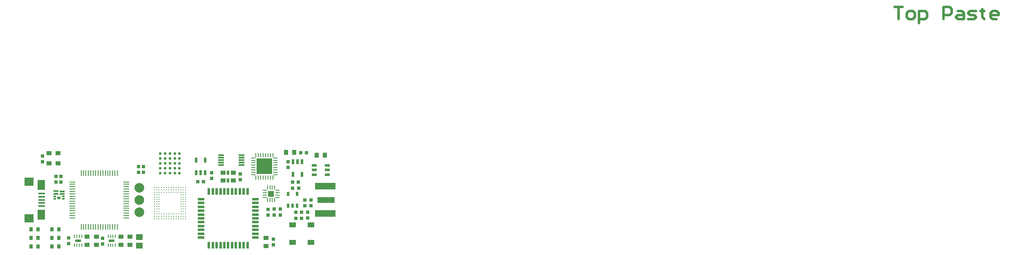
<source format=gtp>
G04 Layer_Color=8421504*
%FSLAX25Y25*%
%MOIN*%
G70*
G01*
G75*
%ADD10C,0.02165*%
%ADD11R,0.16535X0.05315*%
%ADD12R,0.14173X0.05000*%
%ADD13C,0.01181*%
%ADD14O,0.00984X0.04724*%
%ADD15O,0.04724X0.00984*%
%ADD16R,0.02362X0.04331*%
%ADD17R,0.03937X0.02362*%
%ADD18R,0.12992X0.12992*%
%ADD19O,0.00984X0.03347*%
%ADD20O,0.03347X0.00984*%
%ADD21R,0.04724X0.01181*%
%ADD22R,0.05118X0.05118*%
%ADD23R,0.02165X0.03347*%
%ADD24R,0.03543X0.03937*%
%ADD25R,0.03150X0.02756*%
%ADD26R,0.02756X0.03150*%
%ADD27R,0.03937X0.03543*%
%ADD28R,0.05512X0.04724*%
G04:AMPARAMS|DCode=29|XSize=29.53mil|YSize=33.47mil|CornerRadius=2.21mil|HoleSize=0mil|Usage=FLASHONLY|Rotation=0.000|XOffset=0mil|YOffset=0mil|HoleType=Round|Shape=RoundedRectangle|*
%AMROUNDEDRECTD29*
21,1,0.02953,0.02904,0,0,0.0*
21,1,0.02510,0.03347,0,0,0.0*
1,1,0.00443,0.01255,-0.01452*
1,1,0.00443,-0.01255,-0.01452*
1,1,0.00443,-0.01255,0.01452*
1,1,0.00443,0.01255,0.01452*
%
%ADD29ROUNDEDRECTD29*%
%ADD30R,0.06299X0.08268*%
%ADD31R,0.07480X0.07087*%
%ADD32R,0.05315X0.01575*%
%ADD33R,0.03937X0.01181*%
%ADD34R,0.02362X0.01181*%
%ADD35R,0.03937X0.01575*%
%ADD36R,0.02920X0.02126*%
%ADD37R,0.00984X0.02559*%
%ADD38R,0.04724X0.02362*%
%ADD39R,0.02362X0.03347*%
%ADD40R,0.03937X0.03347*%
%ADD41R,0.05800X0.02000*%
%ADD42R,0.02000X0.05800*%
%ADD43R,0.05512X0.04232*%
%ADD44C,0.07874*%
%ADD50C,0.02000*%
D10*
X142811Y137811D02*
D03*
X142811Y133874D02*
D03*
Y129937D02*
D03*
X142811Y126000D02*
D03*
Y122063D02*
D03*
X138874Y137811D02*
D03*
Y133874D02*
D03*
Y129937D02*
D03*
Y126000D02*
D03*
Y122063D02*
D03*
X134937Y137811D02*
D03*
X134937Y133874D02*
D03*
Y129937D02*
D03*
X134937Y126000D02*
D03*
Y122063D02*
D03*
X131000Y137811D02*
D03*
Y133874D02*
D03*
Y129937D02*
D03*
Y126000D02*
D03*
Y122063D02*
D03*
X127063Y137811D02*
D03*
Y133874D02*
D03*
Y129937D02*
D03*
X127063Y126000D02*
D03*
X127063Y122063D02*
D03*
D11*
X261713Y111122D02*
D03*
Y88878D02*
D03*
D12*
X262500Y100000D02*
D03*
D13*
X122205Y84705D02*
D03*
Y86673D02*
D03*
Y88642D02*
D03*
Y90610D02*
D03*
Y92579D02*
D03*
Y94547D02*
D03*
Y96516D02*
D03*
Y98484D02*
D03*
Y100453D02*
D03*
Y102421D02*
D03*
Y104390D02*
D03*
X122205Y106358D02*
D03*
X122205Y108327D02*
D03*
Y110295D02*
D03*
X124173Y84705D02*
D03*
Y86673D02*
D03*
Y88642D02*
D03*
Y90610D02*
D03*
Y92579D02*
D03*
Y94547D02*
D03*
Y96516D02*
D03*
Y98484D02*
D03*
Y100453D02*
D03*
Y102421D02*
D03*
Y104390D02*
D03*
Y106358D02*
D03*
Y108327D02*
D03*
Y110295D02*
D03*
X126142Y84705D02*
D03*
Y86673D02*
D03*
Y88642D02*
D03*
Y90610D02*
D03*
Y92579D02*
D03*
Y94547D02*
D03*
Y96516D02*
D03*
Y98484D02*
D03*
Y100453D02*
D03*
Y102421D02*
D03*
Y104390D02*
D03*
Y106358D02*
D03*
Y108327D02*
D03*
Y110295D02*
D03*
X128110Y84705D02*
D03*
Y86673D02*
D03*
Y88642D02*
D03*
Y106358D02*
D03*
Y108327D02*
D03*
Y110295D02*
D03*
X130079Y84705D02*
D03*
Y86673D02*
D03*
X130079Y88642D02*
D03*
Y106358D02*
D03*
Y108327D02*
D03*
Y110295D02*
D03*
X132047Y84705D02*
D03*
Y86673D02*
D03*
Y88642D02*
D03*
Y106358D02*
D03*
Y108327D02*
D03*
Y110295D02*
D03*
X134016Y84705D02*
D03*
Y86673D02*
D03*
Y88642D02*
D03*
Y106358D02*
D03*
Y108327D02*
D03*
Y110295D02*
D03*
X135984Y84705D02*
D03*
Y86673D02*
D03*
Y88642D02*
D03*
Y106358D02*
D03*
Y108327D02*
D03*
Y110295D02*
D03*
X137953Y84705D02*
D03*
Y86673D02*
D03*
Y88642D02*
D03*
Y106358D02*
D03*
Y108327D02*
D03*
Y110295D02*
D03*
X139921Y84705D02*
D03*
Y86673D02*
D03*
X139921Y88642D02*
D03*
Y106358D02*
D03*
Y108327D02*
D03*
Y110295D02*
D03*
X141890Y84705D02*
D03*
Y86673D02*
D03*
X141890Y88642D02*
D03*
Y106358D02*
D03*
Y108327D02*
D03*
Y110295D02*
D03*
X143858Y84705D02*
D03*
X143858Y86673D02*
D03*
X143858Y88642D02*
D03*
Y90610D02*
D03*
Y92579D02*
D03*
Y94547D02*
D03*
Y96516D02*
D03*
X143858Y98484D02*
D03*
Y100453D02*
D03*
X143858Y102421D02*
D03*
Y104390D02*
D03*
Y106358D02*
D03*
Y108327D02*
D03*
Y110295D02*
D03*
X145827Y84705D02*
D03*
Y86673D02*
D03*
Y88642D02*
D03*
Y90610D02*
D03*
Y92579D02*
D03*
Y94547D02*
D03*
Y96516D02*
D03*
Y98484D02*
D03*
Y100453D02*
D03*
Y102421D02*
D03*
Y104390D02*
D03*
Y106358D02*
D03*
Y108327D02*
D03*
Y110295D02*
D03*
X147795Y84705D02*
D03*
Y86673D02*
D03*
Y88642D02*
D03*
Y90610D02*
D03*
Y92579D02*
D03*
Y94547D02*
D03*
Y96516D02*
D03*
Y98484D02*
D03*
Y100453D02*
D03*
Y102421D02*
D03*
Y104390D02*
D03*
Y106358D02*
D03*
Y108327D02*
D03*
Y110295D02*
D03*
D14*
X92044Y77953D02*
D03*
X90075D02*
D03*
X88107D02*
D03*
X86138D02*
D03*
X84170D02*
D03*
X82201D02*
D03*
X80233D02*
D03*
X78264D02*
D03*
X76296D02*
D03*
X74327D02*
D03*
X72359D02*
D03*
X70390D02*
D03*
X68422D02*
D03*
X66453D02*
D03*
X64485D02*
D03*
X62516D02*
D03*
Y122047D02*
D03*
X64485D02*
D03*
X66453D02*
D03*
X68422D02*
D03*
X70390D02*
D03*
X72359D02*
D03*
X74327D02*
D03*
X76296D02*
D03*
X78264D02*
D03*
X80233D02*
D03*
X82201D02*
D03*
X84170D02*
D03*
X86138D02*
D03*
X88107D02*
D03*
X90075D02*
D03*
X92044D02*
D03*
D15*
X55233Y85236D02*
D03*
Y87205D02*
D03*
Y89173D02*
D03*
Y91142D02*
D03*
Y93110D02*
D03*
Y95079D02*
D03*
Y97047D02*
D03*
Y99016D02*
D03*
Y100984D02*
D03*
Y102953D02*
D03*
Y104921D02*
D03*
Y106890D02*
D03*
Y108858D02*
D03*
Y110827D02*
D03*
Y112795D02*
D03*
Y114764D02*
D03*
X99327D02*
D03*
Y112795D02*
D03*
Y110827D02*
D03*
Y108858D02*
D03*
Y106890D02*
D03*
Y104921D02*
D03*
Y102953D02*
D03*
Y100984D02*
D03*
Y99016D02*
D03*
Y97047D02*
D03*
Y95079D02*
D03*
Y93110D02*
D03*
Y91142D02*
D03*
Y89173D02*
D03*
Y87205D02*
D03*
Y85236D02*
D03*
D16*
X156260Y132618D02*
D03*
X163740D02*
D03*
Y122382D02*
D03*
X160000D02*
D03*
X156260D02*
D03*
X242740Y120882D02*
D03*
X235260D02*
D03*
Y131118D02*
D03*
X239000D02*
D03*
X242740D02*
D03*
D17*
X263413Y128240D02*
D03*
Y124500D02*
D03*
Y120760D02*
D03*
X252587D02*
D03*
Y124500D02*
D03*
Y128240D02*
D03*
D18*
X212000Y127500D02*
D03*
D19*
X218890Y118347D02*
D03*
X216921D02*
D03*
X214953D02*
D03*
X212984D02*
D03*
X211016D02*
D03*
X209047D02*
D03*
X207079D02*
D03*
X205110D02*
D03*
Y136653D02*
D03*
X207079D02*
D03*
X209047D02*
D03*
X211016D02*
D03*
X212984D02*
D03*
X214953D02*
D03*
X216921D02*
D03*
X218890D02*
D03*
X214547Y99783D02*
D03*
X216516D02*
D03*
X218484D02*
D03*
X220453D02*
D03*
X220453Y110216D02*
D03*
X218484D02*
D03*
X216516D02*
D03*
X214547D02*
D03*
D20*
X202847Y120610D02*
D03*
Y122579D02*
D03*
X202847Y124547D02*
D03*
Y126516D02*
D03*
X202847Y128484D02*
D03*
Y130453D02*
D03*
X202847Y132421D02*
D03*
X202847Y134390D02*
D03*
X221153Y134390D02*
D03*
Y132421D02*
D03*
Y130453D02*
D03*
Y128484D02*
D03*
Y126516D02*
D03*
Y124547D02*
D03*
Y122579D02*
D03*
Y120610D02*
D03*
X222716Y102047D02*
D03*
Y104016D02*
D03*
X222716Y105984D02*
D03*
Y107953D02*
D03*
X212283D02*
D03*
Y105984D02*
D03*
Y104016D02*
D03*
Y102047D02*
D03*
D21*
X176732Y136437D02*
D03*
Y134468D02*
D03*
Y132500D02*
D03*
Y130532D02*
D03*
Y128563D02*
D03*
X193268Y136437D02*
D03*
Y134468D02*
D03*
X193268Y132500D02*
D03*
Y130532D02*
D03*
X193268Y128563D02*
D03*
D22*
X217500Y105000D02*
D03*
D23*
X231260Y104823D02*
D03*
X238740D02*
D03*
Y95177D02*
D03*
X235000Y95177D02*
D03*
X231260Y95177D02*
D03*
D24*
X261347Y136500D02*
D03*
X254654D02*
D03*
X236347Y139000D02*
D03*
X229654D02*
D03*
D25*
X157638Y115000D02*
D03*
X162362D02*
D03*
X241638Y138500D02*
D03*
X246362D02*
D03*
X239724Y114500D02*
D03*
X235000D02*
D03*
X224862Y92500D02*
D03*
X220138Y92500D02*
D03*
X235138Y109500D02*
D03*
X239862D02*
D03*
X220138Y87500D02*
D03*
X224862Y87500D02*
D03*
X237638Y90000D02*
D03*
X242362Y90000D02*
D03*
X237638Y85000D02*
D03*
X242362D02*
D03*
D26*
X169000Y122362D02*
D03*
Y117638D02*
D03*
X52500Y68862D02*
D03*
Y64138D02*
D03*
X80000Y68724D02*
D03*
Y64000D02*
D03*
X31000Y135862D02*
D03*
Y131138D02*
D03*
X109500Y122638D02*
D03*
Y127362D02*
D03*
X113500Y122638D02*
D03*
Y127362D02*
D03*
X46000Y114638D02*
D03*
Y119362D02*
D03*
X42000Y114638D02*
D03*
Y119362D02*
D03*
X231500Y126638D02*
D03*
Y131362D02*
D03*
X215000Y92362D02*
D03*
Y87638D02*
D03*
X192500Y116638D02*
D03*
Y121362D02*
D03*
X219500Y67862D02*
D03*
X219500Y63138D02*
D03*
X247500Y85138D02*
D03*
Y89862D02*
D03*
X250000Y95138D02*
D03*
Y99862D02*
D03*
X245000Y95138D02*
D03*
Y99862D02*
D03*
D27*
X67500Y63153D02*
D03*
Y69846D02*
D03*
X95000Y63153D02*
D03*
Y69846D02*
D03*
X75000Y63153D02*
D03*
Y69846D02*
D03*
X102500Y63153D02*
D03*
Y69846D02*
D03*
X43740Y129866D02*
D03*
X36260D02*
D03*
Y138134D02*
D03*
X43740D02*
D03*
X213500Y68846D02*
D03*
Y62154D02*
D03*
D28*
X110000Y62457D02*
D03*
Y69543D02*
D03*
D29*
X27453Y76000D02*
D03*
X21547D02*
D03*
X27453Y69000D02*
D03*
X21547Y69000D02*
D03*
X27453Y62000D02*
D03*
X21547D02*
D03*
X44453D02*
D03*
X38547D02*
D03*
X44453Y69000D02*
D03*
X38547D02*
D03*
X44453Y76000D02*
D03*
X38547D02*
D03*
D30*
X30008Y87795D02*
D03*
Y112205D02*
D03*
D31*
X19969Y85039D02*
D03*
Y114961D02*
D03*
D32*
X30500Y97441D02*
D03*
Y102559D02*
D03*
Y100000D02*
D03*
Y94882D02*
D03*
Y105118D02*
D03*
D33*
X47059Y104984D02*
D03*
X47059Y106953D02*
D03*
X41941Y104984D02*
D03*
D34*
X41154Y103016D02*
D03*
X41154Y101047D02*
D03*
X47846D02*
D03*
X47846Y103016D02*
D03*
D35*
X41941Y107150D02*
D03*
D36*
X44500Y101520D02*
D03*
D37*
X62953Y70102D02*
D03*
X60984D02*
D03*
X59016D02*
D03*
X57047D02*
D03*
X62953Y62898D02*
D03*
X60984D02*
D03*
X59016D02*
D03*
X57047D02*
D03*
X90453Y70102D02*
D03*
X88484D02*
D03*
X86516D02*
D03*
X84547D02*
D03*
X90453Y62898D02*
D03*
X88484D02*
D03*
X86516D02*
D03*
X84547D02*
D03*
D38*
X60000Y66500D02*
D03*
X87500D02*
D03*
D39*
X182500Y122150D02*
D03*
Y115850D02*
D03*
D40*
X178366Y122150D02*
D03*
X186634D02*
D03*
Y115850D02*
D03*
X178366D02*
D03*
D41*
X204600Y100700D02*
D03*
Y97600D02*
D03*
Y94400D02*
D03*
Y91300D02*
D03*
Y88100D02*
D03*
Y85000D02*
D03*
Y81900D02*
D03*
Y78700D02*
D03*
Y75600D02*
D03*
Y72400D02*
D03*
Y69300D02*
D03*
X160400D02*
D03*
Y72400D02*
D03*
Y75600D02*
D03*
Y78700D02*
D03*
Y81900D02*
D03*
Y85000D02*
D03*
Y88100D02*
D03*
Y91300D02*
D03*
Y94400D02*
D03*
Y97600D02*
D03*
Y100700D02*
D03*
D42*
X198200Y62900D02*
D03*
X195100D02*
D03*
X191900D02*
D03*
X188800D02*
D03*
X185600D02*
D03*
X182500D02*
D03*
X179400D02*
D03*
X176200D02*
D03*
X173100D02*
D03*
X169900D02*
D03*
X166800D02*
D03*
Y107100D02*
D03*
X169900D02*
D03*
X173100D02*
D03*
X176200D02*
D03*
X179400D02*
D03*
X182500D02*
D03*
X185600D02*
D03*
X188800D02*
D03*
X191900D02*
D03*
X195100D02*
D03*
X198200D02*
D03*
D43*
X250000Y65266D02*
D03*
Y79734D02*
D03*
X235000Y65266D02*
D03*
Y79734D02*
D03*
D44*
X110000Y100000D02*
D03*
Y90000D02*
D03*
Y110000D02*
D03*
D50*
X725945Y257784D02*
X732609D01*
X729277D01*
Y247787D01*
X737608D02*
X740940D01*
X742606Y249453D01*
Y252786D01*
X740940Y254452D01*
X737608D01*
X735942Y252786D01*
Y249453D01*
X737608Y247787D01*
X745938Y244455D02*
Y254452D01*
X750937D01*
X752603Y252786D01*
Y249453D01*
X750937Y247787D01*
X745938D01*
X765932D02*
Y257784D01*
X770930D01*
X772597Y256118D01*
Y252786D01*
X770930Y251120D01*
X765932D01*
X777595Y254452D02*
X780927D01*
X782593Y252786D01*
Y247787D01*
X777595D01*
X775929Y249453D01*
X777595Y251120D01*
X782593D01*
X785925Y247787D02*
X790924D01*
X792590Y249453D01*
X790924Y251120D01*
X787592D01*
X785925Y252786D01*
X787592Y254452D01*
X792590D01*
X797588Y256118D02*
Y254452D01*
X795922D01*
X799255D01*
X797588D01*
Y249453D01*
X799255Y247787D01*
X809251D02*
X805919D01*
X804253Y249453D01*
Y252786D01*
X805919Y254452D01*
X809251D01*
X810917Y252786D01*
Y251120D01*
X804253D01*
M02*

</source>
